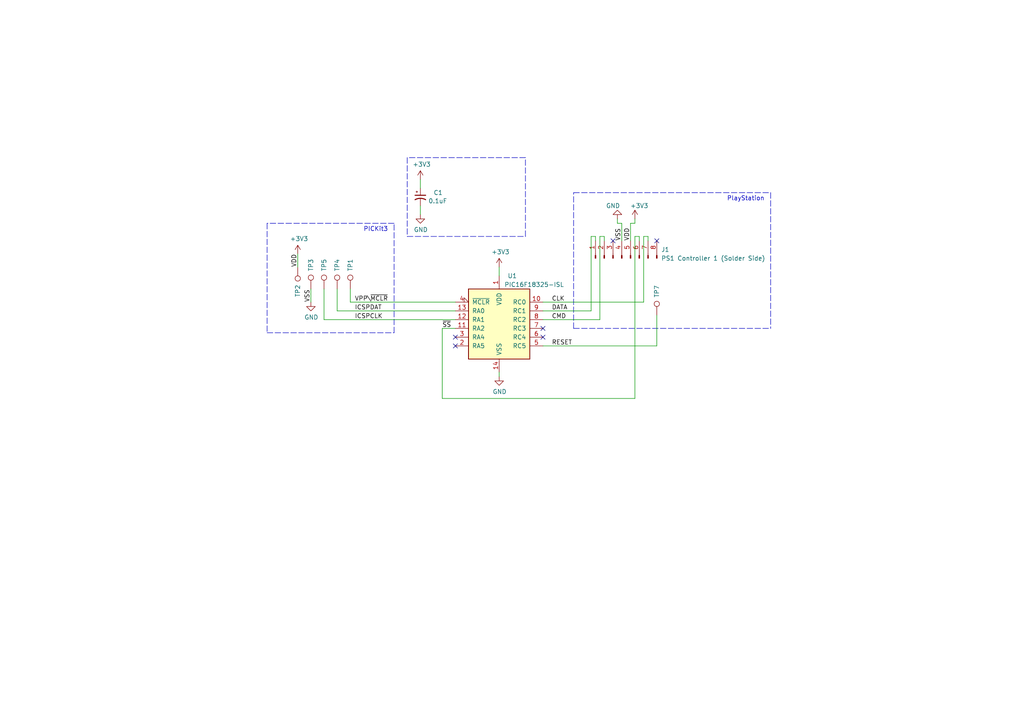
<source format=kicad_sch>
(kicad_sch
	(version 20231120)
	(generator "eeschema")
	(generator_version "8.0")
	(uuid "b60c62b4-701b-454c-9c9c-73bde28615c5")
	(paper "A4")
	(lib_symbols
		(symbol "Connector:TestPoint"
			(pin_numbers hide)
			(pin_names
				(offset 0.762) hide)
			(exclude_from_sim no)
			(in_bom yes)
			(on_board yes)
			(property "Reference" "TP"
				(at 0 6.858 0)
				(effects
					(font
						(size 1.27 1.27)
					)
				)
			)
			(property "Value" "TestPoint"
				(at 0 5.08 0)
				(effects
					(font
						(size 1.27 1.27)
					)
				)
			)
			(property "Footprint" ""
				(at 5.08 0 0)
				(effects
					(font
						(size 1.27 1.27)
					)
					(hide yes)
				)
			)
			(property "Datasheet" "~"
				(at 5.08 0 0)
				(effects
					(font
						(size 1.27 1.27)
					)
					(hide yes)
				)
			)
			(property "Description" "test point"
				(at 0 0 0)
				(effects
					(font
						(size 1.27 1.27)
					)
					(hide yes)
				)
			)
			(property "ki_keywords" "test point tp"
				(at 0 0 0)
				(effects
					(font
						(size 1.27 1.27)
					)
					(hide yes)
				)
			)
			(property "ki_fp_filters" "Pin* Test*"
				(at 0 0 0)
				(effects
					(font
						(size 1.27 1.27)
					)
					(hide yes)
				)
			)
			(symbol "TestPoint_0_1"
				(circle
					(center 0 3.302)
					(radius 0.762)
					(stroke
						(width 0)
						(type default)
					)
					(fill
						(type none)
					)
				)
			)
			(symbol "TestPoint_1_1"
				(pin passive line
					(at 0 0 90)
					(length 2.54)
					(name "1"
						(effects
							(font
								(size 1.27 1.27)
							)
						)
					)
					(number "1"
						(effects
							(font
								(size 1.27 1.27)
							)
						)
					)
				)
			)
		)
		(symbol "PS1-IGR JFT CTRLR SOIC-rescue:+3.3V-power"
			(power)
			(pin_names
				(offset 0)
			)
			(exclude_from_sim no)
			(in_bom yes)
			(on_board yes)
			(property "Reference" "#PWR"
				(at 0 -3.81 0)
				(effects
					(font
						(size 1.27 1.27)
					)
					(hide yes)
				)
			)
			(property "Value" "power_+3.3V"
				(at 0 3.556 0)
				(effects
					(font
						(size 1.27 1.27)
					)
				)
			)
			(property "Footprint" ""
				(at 0 0 0)
				(effects
					(font
						(size 1.27 1.27)
					)
					(hide yes)
				)
			)
			(property "Datasheet" ""
				(at 0 0 0)
				(effects
					(font
						(size 1.27 1.27)
					)
					(hide yes)
				)
			)
			(property "Description" ""
				(at 0 0 0)
				(effects
					(font
						(size 1.27 1.27)
					)
					(hide yes)
				)
			)
			(symbol "+3.3V-power_0_1"
				(polyline
					(pts
						(xy -0.762 1.27) (xy 0 2.54)
					)
					(stroke
						(width 0)
						(type solid)
					)
					(fill
						(type none)
					)
				)
				(polyline
					(pts
						(xy 0 0) (xy 0 2.54)
					)
					(stroke
						(width 0)
						(type solid)
					)
					(fill
						(type none)
					)
				)
				(polyline
					(pts
						(xy 0 2.54) (xy 0.762 1.27)
					)
					(stroke
						(width 0)
						(type solid)
					)
					(fill
						(type none)
					)
				)
			)
			(symbol "+3.3V-power_1_1"
				(pin power_in line
					(at 0 0 90)
					(length 0) hide
					(name "+3V3"
						(effects
							(font
								(size 1.27 1.27)
							)
						)
					)
					(number "1"
						(effects
							(font
								(size 1.27 1.27)
							)
						)
					)
				)
			)
		)
		(symbol "PS1-IGR JFT CTRLR SOIC-rescue:Conn_01x08_Male-Connector"
			(pin_names
				(offset 1.016) hide)
			(exclude_from_sim no)
			(in_bom yes)
			(on_board yes)
			(property "Reference" "J"
				(at 0 10.16 0)
				(effects
					(font
						(size 1.27 1.27)
					)
				)
			)
			(property "Value" "Connector_Conn_01x08_Male"
				(at 0 -12.7 0)
				(effects
					(font
						(size 1.27 1.27)
					)
				)
			)
			(property "Footprint" ""
				(at 0 0 0)
				(effects
					(font
						(size 1.27 1.27)
					)
					(hide yes)
				)
			)
			(property "Datasheet" ""
				(at 0 0 0)
				(effects
					(font
						(size 1.27 1.27)
					)
					(hide yes)
				)
			)
			(property "Description" ""
				(at 0 0 0)
				(effects
					(font
						(size 1.27 1.27)
					)
					(hide yes)
				)
			)
			(property "ki_fp_filters" "Connector*:*_1x??_*"
				(at 0 0 0)
				(effects
					(font
						(size 1.27 1.27)
					)
					(hide yes)
				)
			)
			(symbol "Conn_01x08_Male-Connector_1_1"
				(polyline
					(pts
						(xy 1.27 -10.16) (xy 0.8636 -10.16)
					)
					(stroke
						(width 0.1524)
						(type solid)
					)
					(fill
						(type none)
					)
				)
				(polyline
					(pts
						(xy 1.27 -7.62) (xy 0.8636 -7.62)
					)
					(stroke
						(width 0.1524)
						(type solid)
					)
					(fill
						(type none)
					)
				)
				(polyline
					(pts
						(xy 1.27 -5.08) (xy 0.8636 -5.08)
					)
					(stroke
						(width 0.1524)
						(type solid)
					)
					(fill
						(type none)
					)
				)
				(polyline
					(pts
						(xy 1.27 -2.54) (xy 0.8636 -2.54)
					)
					(stroke
						(width 0.1524)
						(type solid)
					)
					(fill
						(type none)
					)
				)
				(polyline
					(pts
						(xy 1.27 0) (xy 0.8636 0)
					)
					(stroke
						(width 0.1524)
						(type solid)
					)
					(fill
						(type none)
					)
				)
				(polyline
					(pts
						(xy 1.27 2.54) (xy 0.8636 2.54)
					)
					(stroke
						(width 0.1524)
						(type solid)
					)
					(fill
						(type none)
					)
				)
				(polyline
					(pts
						(xy 1.27 5.08) (xy 0.8636 5.08)
					)
					(stroke
						(width 0.1524)
						(type solid)
					)
					(fill
						(type none)
					)
				)
				(polyline
					(pts
						(xy 1.27 7.62) (xy 0.8636 7.62)
					)
					(stroke
						(width 0.1524)
						(type solid)
					)
					(fill
						(type none)
					)
				)
				(rectangle
					(start 0.8636 -10.033)
					(end 0 -10.287)
					(stroke
						(width 0.1524)
						(type solid)
					)
					(fill
						(type outline)
					)
				)
				(rectangle
					(start 0.8636 -7.493)
					(end 0 -7.747)
					(stroke
						(width 0.1524)
						(type solid)
					)
					(fill
						(type outline)
					)
				)
				(rectangle
					(start 0.8636 -4.953)
					(end 0 -5.207)
					(stroke
						(width 0.1524)
						(type solid)
					)
					(fill
						(type outline)
					)
				)
				(rectangle
					(start 0.8636 -2.413)
					(end 0 -2.667)
					(stroke
						(width 0.1524)
						(type solid)
					)
					(fill
						(type outline)
					)
				)
				(rectangle
					(start 0.8636 0.127)
					(end 0 -0.127)
					(stroke
						(width 0.1524)
						(type solid)
					)
					(fill
						(type outline)
					)
				)
				(rectangle
					(start 0.8636 2.667)
					(end 0 2.413)
					(stroke
						(width 0.1524)
						(type solid)
					)
					(fill
						(type outline)
					)
				)
				(rectangle
					(start 0.8636 5.207)
					(end 0 4.953)
					(stroke
						(width 0.1524)
						(type solid)
					)
					(fill
						(type outline)
					)
				)
				(rectangle
					(start 0.8636 7.747)
					(end 0 7.493)
					(stroke
						(width 0.1524)
						(type solid)
					)
					(fill
						(type outline)
					)
				)
				(pin passive line
					(at 5.08 7.62 180)
					(length 3.81)
					(name "Pin_1"
						(effects
							(font
								(size 1.27 1.27)
							)
						)
					)
					(number "1"
						(effects
							(font
								(size 1.27 1.27)
							)
						)
					)
				)
				(pin passive line
					(at 5.08 5.08 180)
					(length 3.81)
					(name "Pin_2"
						(effects
							(font
								(size 1.27 1.27)
							)
						)
					)
					(number "2"
						(effects
							(font
								(size 1.27 1.27)
							)
						)
					)
				)
				(pin passive line
					(at 5.08 2.54 180)
					(length 3.81)
					(name "Pin_3"
						(effects
							(font
								(size 1.27 1.27)
							)
						)
					)
					(number "3"
						(effects
							(font
								(size 1.27 1.27)
							)
						)
					)
				)
				(pin passive line
					(at 5.08 0 180)
					(length 3.81)
					(name "Pin_4"
						(effects
							(font
								(size 1.27 1.27)
							)
						)
					)
					(number "4"
						(effects
							(font
								(size 1.27 1.27)
							)
						)
					)
				)
				(pin passive line
					(at 5.08 -2.54 180)
					(length 3.81)
					(name "Pin_5"
						(effects
							(font
								(size 1.27 1.27)
							)
						)
					)
					(number "5"
						(effects
							(font
								(size 1.27 1.27)
							)
						)
					)
				)
				(pin passive line
					(at 5.08 -5.08 180)
					(length 3.81)
					(name "Pin_6"
						(effects
							(font
								(size 1.27 1.27)
							)
						)
					)
					(number "6"
						(effects
							(font
								(size 1.27 1.27)
							)
						)
					)
				)
				(pin passive line
					(at 5.08 -7.62 180)
					(length 3.81)
					(name "Pin_7"
						(effects
							(font
								(size 1.27 1.27)
							)
						)
					)
					(number "7"
						(effects
							(font
								(size 1.27 1.27)
							)
						)
					)
				)
				(pin passive line
					(at 5.08 -10.16 180)
					(length 3.81)
					(name "Pin_8"
						(effects
							(font
								(size 1.27 1.27)
							)
						)
					)
					(number "8"
						(effects
							(font
								(size 1.27 1.27)
							)
						)
					)
				)
			)
		)
		(symbol "PS1-IGR JFT CTRLR SOIC-rescue:GND-power"
			(power)
			(pin_names
				(offset 0)
			)
			(exclude_from_sim no)
			(in_bom yes)
			(on_board yes)
			(property "Reference" "#PWR"
				(at 0 -6.35 0)
				(effects
					(font
						(size 1.27 1.27)
					)
					(hide yes)
				)
			)
			(property "Value" "power_GND"
				(at 0 -3.81 0)
				(effects
					(font
						(size 1.27 1.27)
					)
				)
			)
			(property "Footprint" ""
				(at 0 0 0)
				(effects
					(font
						(size 1.27 1.27)
					)
					(hide yes)
				)
			)
			(property "Datasheet" ""
				(at 0 0 0)
				(effects
					(font
						(size 1.27 1.27)
					)
					(hide yes)
				)
			)
			(property "Description" ""
				(at 0 0 0)
				(effects
					(font
						(size 1.27 1.27)
					)
					(hide yes)
				)
			)
			(symbol "GND-power_0_1"
				(polyline
					(pts
						(xy 0 0) (xy 0 -1.27) (xy 1.27 -1.27) (xy 0 -2.54) (xy -1.27 -1.27) (xy 0 -1.27)
					)
					(stroke
						(width 0)
						(type solid)
					)
					(fill
						(type none)
					)
				)
			)
			(symbol "GND-power_1_1"
				(pin power_in line
					(at 0 0 270)
					(length 0) hide
					(name "GND"
						(effects
							(font
								(size 1.27 1.27)
							)
						)
					)
					(number "1"
						(effects
							(font
								(size 1.27 1.27)
							)
						)
					)
				)
			)
		)
		(symbol "PlayStation-1-Reset-Mod-rescue:C_Polarized_Small_US-Device"
			(pin_numbers hide)
			(pin_names
				(offset 0.254) hide)
			(exclude_from_sim no)
			(in_bom yes)
			(on_board yes)
			(property "Reference" "C"
				(at 0.254 1.778 0)
				(effects
					(font
						(size 1.27 1.27)
					)
					(justify left)
				)
			)
			(property "Value" "C_Polarized_Small_US-Device"
				(at 0.254 -2.032 0)
				(effects
					(font
						(size 1.27 1.27)
					)
					(justify left)
				)
			)
			(property "Footprint" ""
				(at 0 0 0)
				(effects
					(font
						(size 1.27 1.27)
					)
					(hide yes)
				)
			)
			(property "Datasheet" ""
				(at 0 0 0)
				(effects
					(font
						(size 1.27 1.27)
					)
					(hide yes)
				)
			)
			(property "Description" ""
				(at 0 0 0)
				(effects
					(font
						(size 1.27 1.27)
					)
					(hide yes)
				)
			)
			(property "ki_fp_filters" "CP_*"
				(at 0 0 0)
				(effects
					(font
						(size 1.27 1.27)
					)
					(hide yes)
				)
			)
			(symbol "C_Polarized_Small_US-Device_0_1"
				(polyline
					(pts
						(xy -1.524 0.508) (xy 1.524 0.508)
					)
					(stroke
						(width 0.3048)
						(type solid)
					)
					(fill
						(type none)
					)
				)
				(polyline
					(pts
						(xy -1.27 1.524) (xy -0.762 1.524)
					)
					(stroke
						(width 0)
						(type solid)
					)
					(fill
						(type none)
					)
				)
				(polyline
					(pts
						(xy -1.016 1.27) (xy -1.016 1.778)
					)
					(stroke
						(width 0)
						(type solid)
					)
					(fill
						(type none)
					)
				)
				(arc
					(start 1.524 -0.762)
					(mid 0 -0.3734)
					(end -1.524 -0.762)
					(stroke
						(width 0.3048)
						(type solid)
					)
					(fill
						(type none)
					)
				)
			)
			(symbol "C_Polarized_Small_US-Device_1_1"
				(pin passive line
					(at 0 2.54 270)
					(length 2.032)
					(name "~"
						(effects
							(font
								(size 1.27 1.27)
							)
						)
					)
					(number "1"
						(effects
							(font
								(size 1.27 1.27)
							)
						)
					)
				)
				(pin passive line
					(at 0 -2.54 90)
					(length 2.032)
					(name "~"
						(effects
							(font
								(size 1.27 1.27)
							)
						)
					)
					(number "2"
						(effects
							(font
								(size 1.27 1.27)
							)
						)
					)
				)
			)
		)
		(symbol "PlayStation-1-Reset-Mod:PIC16F18325-ISL"
			(pin_names
				(offset 1.016)
			)
			(exclude_from_sim no)
			(in_bom yes)
			(on_board yes)
			(property "Reference" "U"
				(at 5.08 12.7 0)
				(effects
					(font
						(size 1.27 1.27)
					)
				)
			)
			(property "Value" "PIC16F18325-ISL"
				(at -12.7 12.7 0)
				(effects
					(font
						(size 1.27 1.27)
					)
				)
			)
			(property "Footprint" "Package_SO:SOIC-14_3.9x8.7mm_P1.27mm"
				(at 0 -27.94 0)
				(effects
					(font
						(size 1.27 1.27)
					)
					(hide yes)
				)
			)
			(property "Datasheet" ""
				(at 0 0 0)
				(effects
					(font
						(size 1.27 1.27)
					)
					(hide yes)
				)
			)
			(property "Description" ""
				(at 0 0 0)
				(effects
					(font
						(size 1.27 1.27)
					)
					(hide yes)
				)
			)
			(symbol "PIC16F18325-ISL_1_1"
				(rectangle
					(start -8.89 11.43)
					(end 8.89 -8.89)
					(stroke
						(width 0.254)
						(type solid)
					)
					(fill
						(type background)
					)
				)
				(pin power_in line
					(at 0 15.24 270)
					(length 3.81)
					(name "VDD"
						(effects
							(font
								(size 1.27 1.27)
							)
						)
					)
					(number "1"
						(effects
							(font
								(size 1.27 1.27)
							)
						)
					)
				)
				(pin bidirectional line
					(at 12.7 7.62 180)
					(length 3.81)
					(name "RC0"
						(effects
							(font
								(size 1.27 1.27)
							)
						)
					)
					(number "10"
						(effects
							(font
								(size 1.27 1.27)
							)
						)
					)
				)
				(pin bidirectional line
					(at -12.7 0 0)
					(length 3.81)
					(name "RA2"
						(effects
							(font
								(size 1.27 1.27)
							)
						)
					)
					(number "11"
						(effects
							(font
								(size 1.27 1.27)
							)
						)
					)
				)
				(pin bidirectional line
					(at -12.7 2.54 0)
					(length 3.81)
					(name "RA1"
						(effects
							(font
								(size 1.27 1.27)
							)
						)
					)
					(number "12"
						(effects
							(font
								(size 1.27 1.27)
							)
						)
					)
				)
				(pin bidirectional line
					(at -12.7 5.08 0)
					(length 3.81)
					(name "RA0"
						(effects
							(font
								(size 1.27 1.27)
							)
						)
					)
					(number "13"
						(effects
							(font
								(size 1.27 1.27)
							)
						)
					)
				)
				(pin power_in line
					(at 0 -12.7 90)
					(length 3.81)
					(name "VSS"
						(effects
							(font
								(size 1.27 1.27)
							)
						)
					)
					(number "14"
						(effects
							(font
								(size 1.27 1.27)
							)
						)
					)
				)
				(pin bidirectional line
					(at -12.7 -5.08 0)
					(length 3.81)
					(name "RA5"
						(effects
							(font
								(size 1.27 1.27)
							)
						)
					)
					(number "2"
						(effects
							(font
								(size 1.27 1.27)
							)
						)
					)
				)
				(pin bidirectional line
					(at -12.7 -2.54 0)
					(length 3.81)
					(name "RA4"
						(effects
							(font
								(size 1.27 1.27)
							)
						)
					)
					(number "3"
						(effects
							(font
								(size 1.27 1.27)
							)
						)
					)
				)
				(pin input input_low
					(at -12.7 7.62 0)
					(length 3.81)
					(name "~{MCLR}"
						(effects
							(font
								(size 1.27 1.27)
							)
						)
					)
					(number "4"
						(effects
							(font
								(size 1.27 1.27)
							)
						)
					)
				)
				(pin bidirectional line
					(at 12.7 -5.08 180)
					(length 3.81)
					(name "RC5"
						(effects
							(font
								(size 1.27 1.27)
							)
						)
					)
					(number "5"
						(effects
							(font
								(size 1.27 1.27)
							)
						)
					)
				)
				(pin bidirectional line
					(at 12.7 -2.54 180)
					(length 3.81)
					(name "RC4"
						(effects
							(font
								(size 1.27 1.27)
							)
						)
					)
					(number "6"
						(effects
							(font
								(size 1.27 1.27)
							)
						)
					)
				)
				(pin bidirectional line
					(at 12.7 0 180)
					(length 3.81)
					(name "RC3"
						(effects
							(font
								(size 1.27 1.27)
							)
						)
					)
					(number "7"
						(effects
							(font
								(size 1.27 1.27)
							)
						)
					)
				)
				(pin bidirectional line
					(at 12.7 2.54 180)
					(length 3.81)
					(name "RC2"
						(effects
							(font
								(size 1.27 1.27)
							)
						)
					)
					(number "8"
						(effects
							(font
								(size 1.27 1.27)
							)
						)
					)
				)
				(pin bidirectional line
					(at 12.7 5.08 180)
					(length 3.81)
					(name "RC1"
						(effects
							(font
								(size 1.27 1.27)
							)
						)
					)
					(number "9"
						(effects
							(font
								(size 1.27 1.27)
							)
						)
					)
				)
			)
		)
	)
	(no_connect
		(at 157.48 95.25)
		(uuid "21542af2-2cd5-495a-82af-6665143c4bf0")
	)
	(no_connect
		(at 190.5 69.85)
		(uuid "39b6dadf-67e7-4767-a11a-cfa5c7f15a0a")
	)
	(no_connect
		(at 157.48 97.79)
		(uuid "3d612aa2-d609-49cb-bda7-a563be14fcb8")
	)
	(no_connect
		(at 132.08 97.79)
		(uuid "3dd2e154-5fee-45cd-9b60-ba086baa2e7d")
	)
	(no_connect
		(at 177.8 69.85)
		(uuid "538fa7a3-ad5b-4959-8fe7-229277efa454")
	)
	(no_connect
		(at 132.08 100.33)
		(uuid "d9e5845d-7703-4d6b-836d-47478b22c35f")
	)
	(wire
		(pts
			(xy 182.88 64.77) (xy 182.88 69.85)
		)
		(stroke
			(width 0)
			(type default)
		)
		(uuid "00acc5b4-5f58-46be-a7f8-9cedc8c6f4b5")
	)
	(wire
		(pts
			(xy 185.42 69.85) (xy 185.42 68.58)
		)
		(stroke
			(width 0)
			(type default)
		)
		(uuid "019e4a80-ef35-4304-a2a2-00dfdfdf1044")
	)
	(wire
		(pts
			(xy 101.6 87.63) (xy 101.6 83.82)
		)
		(stroke
			(width 0)
			(type default)
		)
		(uuid "0320f0f3-b97a-4488-aa13-80e79e1b55c2")
	)
	(wire
		(pts
			(xy 187.96 68.58) (xy 186.69 68.58)
		)
		(stroke
			(width 0)
			(type default)
		)
		(uuid "034d067f-03a3-4e49-a7c8-e7d22390bbf7")
	)
	(wire
		(pts
			(xy 172.72 68.58) (xy 172.72 69.85)
		)
		(stroke
			(width 0)
			(type default)
		)
		(uuid "0b229985-4f54-4f67-8fec-c1cfb05d4f62")
	)
	(polyline
		(pts
			(xy 152.4 68.58) (xy 152.4 45.72)
		)
		(stroke
			(width 0)
			(type dash)
		)
		(uuid "0da6d4e3-a4db-401e-b0b3-fe4d722fd671")
	)
	(wire
		(pts
			(xy 184.15 64.77) (xy 182.88 64.77)
		)
		(stroke
			(width 0)
			(type default)
		)
		(uuid "10056a21-201e-4e8e-8305-a4cd06f672d0")
	)
	(wire
		(pts
			(xy 179.07 63.5) (xy 179.07 64.77)
		)
		(stroke
			(width 0)
			(type default)
		)
		(uuid "20694d28-1d85-4b80-a8fa-3acb6bd31591")
	)
	(wire
		(pts
			(xy 184.15 63.5) (xy 184.15 64.77)
		)
		(stroke
			(width 0)
			(type default)
		)
		(uuid "206d883d-fd00-44b9-b6c9-725e821bf90b")
	)
	(wire
		(pts
			(xy 171.45 68.58) (xy 171.45 90.17)
		)
		(stroke
			(width 0)
			(type default)
		)
		(uuid "21241d1e-5a3f-4e8f-b44d-5cdadbe65a33")
	)
	(wire
		(pts
			(xy 132.08 90.17) (xy 97.79 90.17)
		)
		(stroke
			(width 0)
			(type default)
		)
		(uuid "23c5ffcd-5f92-4d1f-b3fe-6092a59007b8")
	)
	(polyline
		(pts
			(xy 166.37 95.25) (xy 223.52 95.25)
		)
		(stroke
			(width 0)
			(type dash)
		)
		(uuid "25046f4a-e461-4e93-8db3-78805d4685fe")
	)
	(polyline
		(pts
			(xy 77.47 96.52) (xy 114.3 96.52)
		)
		(stroke
			(width 0)
			(type dash)
		)
		(uuid "2600996f-adb7-4780-9742-8dfb530cc923")
	)
	(wire
		(pts
			(xy 157.48 90.17) (xy 171.45 90.17)
		)
		(stroke
			(width 0)
			(type default)
		)
		(uuid "2c035c44-3142-40d5-b24c-64bde04c1882")
	)
	(wire
		(pts
			(xy 93.98 92.71) (xy 132.08 92.71)
		)
		(stroke
			(width 0)
			(type default)
		)
		(uuid "2e87e818-9e3c-46d4-a103-bec1dbbe886a")
	)
	(wire
		(pts
			(xy 157.48 87.63) (xy 186.69 87.63)
		)
		(stroke
			(width 0)
			(type default)
		)
		(uuid "3e5c1900-7956-47f3-a810-54a692ffa150")
	)
	(polyline
		(pts
			(xy 77.47 64.77) (xy 77.47 96.52)
		)
		(stroke
			(width 0)
			(type dash)
		)
		(uuid "45d28510-84ba-4722-a566-c67426a55d79")
	)
	(wire
		(pts
			(xy 187.96 69.85) (xy 187.96 68.58)
		)
		(stroke
			(width 0)
			(type default)
		)
		(uuid "48c4b81f-67c9-4fa5-b9cc-b37ed197c31b")
	)
	(wire
		(pts
			(xy 144.78 109.22) (xy 144.78 107.95)
		)
		(stroke
			(width 0)
			(type default)
		)
		(uuid "53ef29c8-4fb7-4b36-bfa4-8a2dbfd9723f")
	)
	(wire
		(pts
			(xy 184.15 68.58) (xy 184.15 115.57)
		)
		(stroke
			(width 0)
			(type default)
		)
		(uuid "55173d48-da92-4e57-b990-45f1a0910025")
	)
	(wire
		(pts
			(xy 128.27 95.25) (xy 128.27 115.57)
		)
		(stroke
			(width 0)
			(type default)
		)
		(uuid "6d095022-5448-421d-ae08-efc6d3f31862")
	)
	(polyline
		(pts
			(xy 118.11 45.72) (xy 118.11 68.58)
		)
		(stroke
			(width 0)
			(type dash)
		)
		(uuid "744ddc0c-7ab6-4653-bf4e-1e03468ffead")
	)
	(wire
		(pts
			(xy 128.27 115.57) (xy 184.15 115.57)
		)
		(stroke
			(width 0)
			(type default)
		)
		(uuid "79255d09-2680-49ae-a97a-727d30a2b153")
	)
	(wire
		(pts
			(xy 132.08 95.25) (xy 128.27 95.25)
		)
		(stroke
			(width 0)
			(type default)
		)
		(uuid "7b14bc47-4bfc-418b-b011-580ab3dceef7")
	)
	(polyline
		(pts
			(xy 114.3 96.52) (xy 114.3 64.77)
		)
		(stroke
			(width 0)
			(type dash)
		)
		(uuid "87179eb0-852c-448a-a785-b9692309c9af")
	)
	(wire
		(pts
			(xy 179.07 64.77) (xy 180.34 64.77)
		)
		(stroke
			(width 0)
			(type default)
		)
		(uuid "92dda9d1-8583-42ea-b44c-fe5a4ac2beca")
	)
	(wire
		(pts
			(xy 190.5 100.33) (xy 190.5 91.44)
		)
		(stroke
			(width 0)
			(type default)
		)
		(uuid "99d277d5-852e-4486-8ae8-4be80ffee207")
	)
	(polyline
		(pts
			(xy 166.37 55.88) (xy 223.52 55.88)
		)
		(stroke
			(width 0)
			(type dash)
		)
		(uuid "9de8c6bf-1221-4cc6-9ff1-7cfd7c5b3c50")
	)
	(wire
		(pts
			(xy 101.6 87.63) (xy 132.08 87.63)
		)
		(stroke
			(width 0)
			(type default)
		)
		(uuid "a186ff4b-ad4c-46e5-8b58-b18a1a308352")
	)
	(wire
		(pts
			(xy 173.99 68.58) (xy 175.26 68.58)
		)
		(stroke
			(width 0)
			(type default)
		)
		(uuid "a5655c0b-2b65-4ccd-995b-b88a776669bd")
	)
	(polyline
		(pts
			(xy 114.3 64.77) (xy 77.47 64.77)
		)
		(stroke
			(width 0)
			(type dash)
		)
		(uuid "a8756251-09e0-4b4c-b40c-ad9310ca369e")
	)
	(wire
		(pts
			(xy 171.45 68.58) (xy 172.72 68.58)
		)
		(stroke
			(width 0)
			(type default)
		)
		(uuid "accf0894-9828-441b-892d-96700070c2b8")
	)
	(polyline
		(pts
			(xy 152.4 45.72) (xy 118.11 45.72)
		)
		(stroke
			(width 0)
			(type dash)
		)
		(uuid "b7e0d24d-475d-4833-9071-62c273f03bcd")
	)
	(polyline
		(pts
			(xy 166.37 95.25) (xy 166.37 55.88)
		)
		(stroke
			(width 0)
			(type dash)
		)
		(uuid "bfd6e994-08fa-4e60-835e-2a5da828450c")
	)
	(wire
		(pts
			(xy 93.98 92.71) (xy 93.98 83.82)
		)
		(stroke
			(width 0)
			(type default)
		)
		(uuid "c379c1f6-2405-42b9-8253-b5f6380759ca")
	)
	(wire
		(pts
			(xy 185.42 68.58) (xy 184.15 68.58)
		)
		(stroke
			(width 0)
			(type default)
		)
		(uuid "c5c9faa4-3336-4e2e-8b0d-e75e68c827b9")
	)
	(wire
		(pts
			(xy 97.79 90.17) (xy 97.79 83.82)
		)
		(stroke
			(width 0)
			(type default)
		)
		(uuid "c68ba877-69e0-47d3-bf56-03d774596353")
	)
	(wire
		(pts
			(xy 157.48 100.33) (xy 190.5 100.33)
		)
		(stroke
			(width 0)
			(type default)
		)
		(uuid "c74ee265-3f8b-4324-a1f2-61e8c406ac52")
	)
	(wire
		(pts
			(xy 186.69 68.58) (xy 186.69 87.63)
		)
		(stroke
			(width 0)
			(type default)
		)
		(uuid "c7fd3e2c-c1ce-453a-824d-2c52f9e6bff9")
	)
	(wire
		(pts
			(xy 175.26 68.58) (xy 175.26 69.85)
		)
		(stroke
			(width 0)
			(type default)
		)
		(uuid "d870a63c-0569-4246-a3ca-a78ff2ee6beb")
	)
	(wire
		(pts
			(xy 121.92 59.69) (xy 121.92 62.23)
		)
		(stroke
			(width 0)
			(type default)
		)
		(uuid "d962ca22-6cc4-48ed-8615-4e803416f990")
	)
	(wire
		(pts
			(xy 121.92 52.07) (xy 121.92 54.61)
		)
		(stroke
			(width 0)
			(type default)
		)
		(uuid "dfa1b4bd-fe49-4873-9d1c-92b84a602dcb")
	)
	(wire
		(pts
			(xy 144.78 77.47) (xy 144.78 80.01)
		)
		(stroke
			(width 0)
			(type default)
		)
		(uuid "e0eac8bc-514a-45e0-86da-36bc5edd599b")
	)
	(polyline
		(pts
			(xy 223.52 55.88) (xy 223.52 95.25)
		)
		(stroke
			(width 0)
			(type dash)
		)
		(uuid "e43a2cd0-7540-459c-9509-61bf882c8cad")
	)
	(wire
		(pts
			(xy 180.34 64.77) (xy 180.34 69.85)
		)
		(stroke
			(width 0)
			(type default)
		)
		(uuid "e6e9514b-f0a5-4968-b345-c8d04f25c88e")
	)
	(wire
		(pts
			(xy 173.99 92.71) (xy 173.99 68.58)
		)
		(stroke
			(width 0)
			(type default)
		)
		(uuid "e9c2f065-08b7-4fc0-8a21-08fe3fc593d6")
	)
	(wire
		(pts
			(xy 86.36 77.47) (xy 86.36 73.66)
		)
		(stroke
			(width 0)
			(type default)
		)
		(uuid "ee422260-86cf-4a31-ba64-51e451d45e73")
	)
	(polyline
		(pts
			(xy 118.11 68.58) (xy 152.4 68.58)
		)
		(stroke
			(width 0)
			(type dash)
		)
		(uuid "eeaed46a-2a00-4771-8172-b73e428c1a7a")
	)
	(wire
		(pts
			(xy 90.17 83.82) (xy 90.17 87.63)
		)
		(stroke
			(width 0)
			(type default)
		)
		(uuid "f573f894-0400-4e69-bbc9-1d19f58a8c9c")
	)
	(wire
		(pts
			(xy 157.48 92.71) (xy 173.99 92.71)
		)
		(stroke
			(width 0)
			(type default)
		)
		(uuid "f6371671-2d96-4939-ae52-457db7478a9f")
	)
	(text "PICKit3"
		(exclude_from_sim no)
		(at 105.41 67.31 0)
		(effects
			(font
				(size 1.27 1.27)
			)
			(justify left bottom)
		)
		(uuid "376e768c-0989-49ae-a38b-7b02de3b89f6")
	)
	(text "PlayStation"
		(exclude_from_sim no)
		(at 210.82 58.42 0)
		(effects
			(font
				(size 1.27 1.27)
			)
			(justify left bottom)
		)
		(uuid "85a49a25-0b14-4291-8e8c-6ce0978eeb64")
	)
	(label "RESET"
		(at 160.02 100.33 0)
		(fields_autoplaced yes)
		(effects
			(font
				(size 1.27 1.27)
			)
			(justify left bottom)
		)
		(uuid "2b97e24f-fdf2-48c8-b312-3466e52ff951")
	)
	(label "VSS"
		(at 180.34 69.85 90)
		(fields_autoplaced yes)
		(effects
			(font
				(size 1.27 1.27)
			)
			(justify left bottom)
		)
		(uuid "2f600660-6abf-4833-8b4b-584ca9eb85e2")
	)
	(label "CMD"
		(at 160.02 92.71 0)
		(fields_autoplaced yes)
		(effects
			(font
				(size 1.27 1.27)
			)
			(justify left bottom)
		)
		(uuid "31ca233c-5593-4fcd-9876-b1960a6b886e")
	)
	(label "VPP\\~{MCLR}"
		(at 102.87 87.63 0)
		(fields_autoplaced yes)
		(effects
			(font
				(size 1.27 1.27)
			)
			(justify left bottom)
		)
		(uuid "3536a9df-2dbd-4c4b-a2eb-6d1d6e954cd5")
	)
	(label "~{SS}"
		(at 128.27 95.25 0)
		(fields_autoplaced yes)
		(effects
			(font
				(size 1.27 1.27)
			)
			(justify left bottom)
		)
		(uuid "375c70db-439d-4f9c-8c85-9ff862427f9e")
	)
	(label "CLK"
		(at 160.02 87.63 0)
		(fields_autoplaced yes)
		(effects
			(font
				(size 1.27 1.27)
			)
			(justify left bottom)
		)
		(uuid "55dd26d1-8670-4b9a-8225-18bc60ddfa9c")
	)
	(label "VDD"
		(at 86.36 77.47 90)
		(fields_autoplaced yes)
		(effects
			(font
				(size 1.27 1.27)
			)
			(justify left bottom)
		)
		(uuid "5e7471c1-8b50-444e-ad90-fcaf4ef03f4e")
	)
	(label "ICSPCLK"
		(at 102.87 92.71 0)
		(fields_autoplaced yes)
		(effects
			(font
				(size 1.27 1.27)
			)
			(justify left bottom)
		)
		(uuid "8b6c1a5d-2e20-4399-83a9-955f076d51e2")
	)
	(label "ICSPDAT"
		(at 102.87 90.17 0)
		(fields_autoplaced yes)
		(effects
			(font
				(size 1.27 1.27)
			)
			(justify left bottom)
		)
		(uuid "92b3f624-21fa-4231-ac5c-ed4dfb17ede8")
	)
	(label "VDD"
		(at 182.88 69.85 90)
		(fields_autoplaced yes)
		(effects
			(font
				(size 1.27 1.27)
			)
			(justify left bottom)
		)
		(uuid "ad9bb163-e4d0-4dd3-a896-a2a93c9e151e")
	)
	(label "DATA"
		(at 160.02 90.17 0)
		(fields_autoplaced yes)
		(effects
			(font
				(size 1.27 1.27)
			)
			(justify left bottom)
		)
		(uuid "ae8392d3-13b1-4d70-b628-f422b9d7b879")
	)
	(label "VSS"
		(at 90.17 87.63 90)
		(fields_autoplaced yes)
		(effects
			(font
				(size 1.27 1.27)
			)
			(justify left bottom)
		)
		(uuid "dfd1faec-31c6-427f-887a-dae7d946a80f")
	)
	(symbol
		(lib_id "PS1-IGR JFT CTRLR SOIC-rescue:GND-power")
		(at 144.78 109.22 0)
		(unit 1)
		(exclude_from_sim no)
		(in_bom yes)
		(on_board yes)
		(dnp no)
		(uuid "00000000-0000-0000-0000-00005da2790a")
		(property "Reference" "#PWR04"
			(at 144.78 115.57 0)
			(effects
				(font
					(size 1.27 1.27)
				)
				(hide yes)
			)
		)
		(property "Value" "GND"
			(at 144.907 113.6142 0)
			(effects
				(font
					(size 1.27 1.27)
				)
			)
		)
		(property "Footprint" ""
			(at 144.78 109.22 0)
			(effects
				(font
					(size 1.27 1.27)
				)
				(hide yes)
			)
		)
		(property "Datasheet" ""
			(at 144.78 109.22 0)
			(effects
				(font
					(size 1.27 1.27)
				)
				(hide yes)
			)
		)
		(property "Description" ""
			(at 144.78 109.22 0)
			(effects
				(font
					(size 1.27 1.27)
				)
				(hide yes)
			)
		)
		(pin "1"
			(uuid "c577a4bd-cc3c-4c1d-8cfa-95a5a40bb9ec")
		)
		(instances
			(project ""
				(path "/b60c62b4-701b-454c-9c9c-73bde28615c5"
					(reference "#PWR04")
					(unit 1)
				)
			)
		)
	)
	(symbol
		(lib_id "PlayStation-1-Reset-Mod:PIC16F18325-ISL")
		(at 144.78 95.25 0)
		(unit 1)
		(exclude_from_sim no)
		(in_bom yes)
		(on_board yes)
		(dnp no)
		(uuid "00000000-0000-0000-0000-00005da28049")
		(property "Reference" "U1"
			(at 148.59 80.01 0)
			(effects
				(font
					(size 1.27 1.27)
				)
			)
		)
		(property "Value" "PIC16F18325-ISL"
			(at 154.94 82.55 0)
			(effects
				(font
					(size 1.27 1.27)
				)
			)
		)
		(property "Footprint" "PS1-IGR:SOIC-14_3.9x8.7mm_Pitch1.27mm-JFT"
			(at 144.78 123.19 0)
			(effects
				(font
					(size 1.27 1.27)
				)
				(hide yes)
			)
		)
		(property "Datasheet" ""
			(at 144.78 95.25 0)
			(effects
				(font
					(size 1.27 1.27)
				)
				(hide yes)
			)
		)
		(property "Description" ""
			(at 144.78 95.25 0)
			(effects
				(font
					(size 1.27 1.27)
				)
				(hide yes)
			)
		)
		(pin "14"
			(uuid "95d97146-9c8d-4605-9fd4-3f7fad59d66d")
		)
		(pin "13"
			(uuid "07281ecc-9ddf-467b-8aff-3ffc1459fdf6")
		)
		(pin "1"
			(uuid "64218a1f-c80f-4ccd-80c5-03ec292b50fd")
		)
		(pin "5"
			(uuid "63319f3f-19cc-4767-a5ca-85f45bbc4193")
		)
		(pin "3"
			(uuid "86b7046f-ab86-48a2-a483-2b08793767d6")
		)
		(pin "9"
			(uuid "96e24020-20a8-472d-973b-48a82bacb80a")
		)
		(pin "8"
			(uuid "b484e9d5-d9dc-4c89-8e70-88e18bb6e886")
		)
		(pin "11"
			(uuid "4df106a6-24c3-4d63-be39-c73ef0a91133")
		)
		(pin "7"
			(uuid "1fedca66-67b2-40d3-aa15-e8ce6780b4be")
		)
		(pin "10"
			(uuid "3aea02e1-8253-4e28-bd09-3e1de8d4564a")
		)
		(pin "2"
			(uuid "9d7c2fa7-9431-4440-aba3-b3c9e040a0fa")
		)
		(pin "6"
			(uuid "34bd910e-da7b-42d9-90d5-9891d01f6428")
		)
		(pin "12"
			(uuid "dbd7630d-1844-43ab-9448-1b6b0322a28b")
		)
		(pin "4"
			(uuid "ea562fd0-0ec7-4438-b2c4-4d4461dd0f84")
		)
		(instances
			(project ""
				(path "/b60c62b4-701b-454c-9c9c-73bde28615c5"
					(reference "U1")
					(unit 1)
				)
			)
		)
	)
	(symbol
		(lib_id "PS1-IGR JFT CTRLR SOIC-rescue:+3.3V-power")
		(at 144.78 77.47 0)
		(unit 1)
		(exclude_from_sim no)
		(in_bom yes)
		(on_board yes)
		(dnp no)
		(uuid "00000000-0000-0000-0000-00005da29415")
		(property "Reference" "#PWR03"
			(at 144.78 81.28 0)
			(effects
				(font
					(size 1.27 1.27)
				)
				(hide yes)
			)
		)
		(property "Value" "+3V3"
			(at 145.161 73.0758 0)
			(effects
				(font
					(size 1.27 1.27)
				)
			)
		)
		(property "Footprint" ""
			(at 144.78 77.47 0)
			(effects
				(font
					(size 1.27 1.27)
				)
				(hide yes)
			)
		)
		(property "Datasheet" ""
			(at 144.78 77.47 0)
			(effects
				(font
					(size 1.27 1.27)
				)
				(hide yes)
			)
		)
		(property "Description" ""
			(at 144.78 77.47 0)
			(effects
				(font
					(size 1.27 1.27)
				)
				(hide yes)
			)
		)
		(pin "1"
			(uuid "bedc5f41-323f-42ce-b4c3-b698a10934a5")
		)
		(instances
			(project ""
				(path "/b60c62b4-701b-454c-9c9c-73bde28615c5"
					(reference "#PWR03")
					(unit 1)
				)
			)
		)
	)
	(symbol
		(lib_id "PS1-IGR JFT CTRLR SOIC-rescue:+3.3V-power")
		(at 121.92 52.07 0)
		(unit 1)
		(exclude_from_sim no)
		(in_bom yes)
		(on_board yes)
		(dnp no)
		(uuid "00000000-0000-0000-0000-00005da2bbab")
		(property "Reference" "#PWR05"
			(at 121.92 55.88 0)
			(effects
				(font
					(size 1.27 1.27)
				)
				(hide yes)
			)
		)
		(property "Value" "+3V3"
			(at 122.301 47.6758 0)
			(effects
				(font
					(size 1.27 1.27)
				)
			)
		)
		(property "Footprint" ""
			(at 121.92 52.07 0)
			(effects
				(font
					(size 1.27 1.27)
				)
				(hide yes)
			)
		)
		(property "Datasheet" ""
			(at 121.92 52.07 0)
			(effects
				(font
					(size 1.27 1.27)
				)
				(hide yes)
			)
		)
		(property "Description" ""
			(at 121.92 52.07 0)
			(effects
				(font
					(size 1.27 1.27)
				)
				(hide yes)
			)
		)
		(pin "1"
			(uuid "b0537168-a43d-46f6-a99b-bafceb7479d4")
		)
		(instances
			(project ""
				(path "/b60c62b4-701b-454c-9c9c-73bde28615c5"
					(reference "#PWR05")
					(unit 1)
				)
			)
		)
	)
	(symbol
		(lib_id "PS1-IGR JFT CTRLR SOIC-rescue:GND-power")
		(at 121.92 62.23 0)
		(unit 1)
		(exclude_from_sim no)
		(in_bom yes)
		(on_board yes)
		(dnp no)
		(uuid "00000000-0000-0000-0000-00005da2c059")
		(property "Reference" "#PWR06"
			(at 121.92 68.58 0)
			(effects
				(font
					(size 1.27 1.27)
				)
				(hide yes)
			)
		)
		(property "Value" "GND"
			(at 122.047 66.6242 0)
			(effects
				(font
					(size 1.27 1.27)
				)
			)
		)
		(property "Footprint" ""
			(at 121.92 62.23 0)
			(effects
				(font
					(size 1.27 1.27)
				)
				(hide yes)
			)
		)
		(property "Datasheet" ""
			(at 121.92 62.23 0)
			(effects
				(font
					(size 1.27 1.27)
				)
				(hide yes)
			)
		)
		(property "Description" ""
			(at 121.92 62.23 0)
			(effects
				(font
					(size 1.27 1.27)
				)
				(hide yes)
			)
		)
		(pin "1"
			(uuid "def10c42-450a-4b30-8ab5-71ab314de1d4")
		)
		(instances
			(project ""
				(path "/b60c62b4-701b-454c-9c9c-73bde28615c5"
					(reference "#PWR06")
					(unit 1)
				)
			)
		)
	)
	(symbol
		(lib_id "PS1-IGR JFT CTRLR SOIC-rescue:+3.3V-power")
		(at 86.36 73.66 0)
		(unit 1)
		(exclude_from_sim no)
		(in_bom yes)
		(on_board yes)
		(dnp no)
		(uuid "00000000-0000-0000-0000-00005da328e1")
		(property "Reference" "#PWR01"
			(at 86.36 77.47 0)
			(effects
				(font
					(size 1.27 1.27)
				)
				(hide yes)
			)
		)
		(property "Value" "+3V3"
			(at 86.741 69.2658 0)
			(effects
				(font
					(size 1.27 1.27)
				)
			)
		)
		(property "Footprint" ""
			(at 86.36 73.66 0)
			(effects
				(font
					(size 1.27 1.27)
				)
				(hide yes)
			)
		)
		(property "Datasheet" ""
			(at 86.36 73.66 0)
			(effects
				(font
					(size 1.27 1.27)
				)
				(hide yes)
			)
		)
		(property "Description" ""
			(at 86.36 73.66 0)
			(effects
				(font
					(size 1.27 1.27)
				)
				(hide yes)
			)
		)
		(pin "1"
			(uuid "f54f0782-7faa-4ecd-8aaf-5118cb06ae98")
		)
		(instances
			(project ""
				(path "/b60c62b4-701b-454c-9c9c-73bde28615c5"
					(reference "#PWR01")
					(unit 1)
				)
			)
		)
	)
	(symbol
		(lib_id "PS1-IGR JFT CTRLR SOIC-rescue:GND-power")
		(at 90.17 87.63 0)
		(unit 1)
		(exclude_from_sim no)
		(in_bom yes)
		(on_board yes)
		(dnp no)
		(uuid "00000000-0000-0000-0000-00005da33130")
		(property "Reference" "#PWR02"
			(at 90.17 93.98 0)
			(effects
				(font
					(size 1.27 1.27)
				)
				(hide yes)
			)
		)
		(property "Value" "GND"
			(at 90.297 92.0242 0)
			(effects
				(font
					(size 1.27 1.27)
				)
			)
		)
		(property "Footprint" ""
			(at 90.17 87.63 0)
			(effects
				(font
					(size 1.27 1.27)
				)
				(hide yes)
			)
		)
		(property "Datasheet" ""
			(at 90.17 87.63 0)
			(effects
				(font
					(size 1.27 1.27)
				)
				(hide yes)
			)
		)
		(property "Description" ""
			(at 90.17 87.63 0)
			(effects
				(font
					(size 1.27 1.27)
				)
				(hide yes)
			)
		)
		(pin "1"
			(uuid "5b7d3bb3-3eb7-411f-8f49-6002c55c0c58")
		)
		(instances
			(project ""
				(path "/b60c62b4-701b-454c-9c9c-73bde28615c5"
					(reference "#PWR02")
					(unit 1)
				)
			)
		)
	)
	(symbol
		(lib_id "Connector:TestPoint")
		(at 101.6 83.82 0)
		(unit 1)
		(exclude_from_sim no)
		(in_bom yes)
		(on_board yes)
		(dnp no)
		(uuid "00000000-0000-0000-0000-00005da646d5")
		(property "Reference" "TP1"
			(at 101.6 78.74 90)
			(effects
				(font
					(size 1.27 1.27)
				)
				(justify left)
			)
		)
		(property "Value" "VPP"
			(at 103.0732 83.1342 0)
			(effects
				(font
					(size 1.27 1.27)
				)
				(justify left)
				(hide yes)
			)
		)
		(property "Footprint" "PS1-IGR:TestPoint_Pad_NoSilk_D1.0mm"
			(at 106.68 83.82 0)
			(effects
				(font
					(size 1.27 1.27)
				)
				(hide yes)
			)
		)
		(property "Datasheet" "~"
			(at 106.68 83.82 0)
			(effects
				(font
					(size 1.27 1.27)
				)
				(hide yes)
			)
		)
		(property "Description" ""
			(at 101.6 83.82 0)
			(effects
				(font
					(size 1.27 1.27)
				)
				(hide yes)
			)
		)
		(pin "1"
			(uuid "1b3e57ba-d3b4-47cc-b4fd-ec8983e8e59a")
		)
		(instances
			(project ""
				(path "/b60c62b4-701b-454c-9c9c-73bde28615c5"
					(reference "TP1")
					(unit 1)
				)
			)
		)
	)
	(symbol
		(lib_id "Connector:TestPoint")
		(at 97.79 83.82 0)
		(unit 1)
		(exclude_from_sim no)
		(in_bom yes)
		(on_board yes)
		(dnp no)
		(uuid "00000000-0000-0000-0000-00005da65166")
		(property "Reference" "TP4"
			(at 97.79 78.74 90)
			(effects
				(font
					(size 1.27 1.27)
				)
				(justify left)
			)
		)
		(property "Value" "DAT"
			(at 99.2632 83.1342 0)
			(effects
				(font
					(size 1.27 1.27)
				)
				(justify left)
				(hide yes)
			)
		)
		(property "Footprint" "PS1-IGR:TestPoint_Pad_NoSilk_D1.0mm"
			(at 102.87 83.82 0)
			(effects
				(font
					(size 1.27 1.27)
				)
				(hide yes)
			)
		)
		(property "Datasheet" "~"
			(at 102.87 83.82 0)
			(effects
				(font
					(size 1.27 1.27)
				)
				(hide yes)
			)
		)
		(property "Description" ""
			(at 97.79 83.82 0)
			(effects
				(font
					(size 1.27 1.27)
				)
				(hide yes)
			)
		)
		(pin "1"
			(uuid "f8e9b4b9-c063-4a4b-8d85-588f5697868d")
		)
		(instances
			(project ""
				(path "/b60c62b4-701b-454c-9c9c-73bde28615c5"
					(reference "TP4")
					(unit 1)
				)
			)
		)
	)
	(symbol
		(lib_id "Connector:TestPoint")
		(at 93.98 83.82 0)
		(unit 1)
		(exclude_from_sim no)
		(in_bom yes)
		(on_board yes)
		(dnp no)
		(uuid "00000000-0000-0000-0000-00005da652eb")
		(property "Reference" "TP5"
			(at 93.98 78.74 90)
			(effects
				(font
					(size 1.27 1.27)
				)
				(justify left)
			)
		)
		(property "Value" "CLK"
			(at 95.4532 83.1342 0)
			(effects
				(font
					(size 1.27 1.27)
				)
				(justify left)
				(hide yes)
			)
		)
		(property "Footprint" "PS1-IGR:TestPoint_Pad_NoSilk_D1.0mm"
			(at 99.06 83.82 0)
			(effects
				(font
					(size 1.27 1.27)
				)
				(hide yes)
			)
		)
		(property "Datasheet" "~"
			(at 99.06 83.82 0)
			(effects
				(font
					(size 1.27 1.27)
				)
				(hide yes)
			)
		)
		(property "Description" ""
			(at 93.98 83.82 0)
			(effects
				(font
					(size 1.27 1.27)
				)
				(hide yes)
			)
		)
		(pin "1"
			(uuid "7fb2ea63-0d3e-4ee9-8b2a-6eac60ca387a")
		)
		(instances
			(project ""
				(path "/b60c62b4-701b-454c-9c9c-73bde28615c5"
					(reference "TP5")
					(unit 1)
				)
			)
		)
	)
	(symbol
		(lib_id "Connector:TestPoint")
		(at 86.36 77.47 180)
		(unit 1)
		(exclude_from_sim no)
		(in_bom yes)
		(on_board yes)
		(dnp no)
		(uuid "00000000-0000-0000-0000-00005da6550a")
		(property "Reference" "TP2"
			(at 86.36 82.55 90)
			(effects
				(font
					(size 1.27 1.27)
				)
				(justify left)
			)
		)
		(property "Value" "VDD"
			(at 84.8868 78.1558 0)
			(effects
				(font
					(size 1.27 1.27)
				)
				(justify left)
				(hide yes)
			)
		)
		(property "Footprint" "PS1-IGR:TestPoint_Pad_NoSilk_D1.0mm"
			(at 81.28 77.47 0)
			(effects
				(font
					(size 1.27 1.27)
				)
				(hide yes)
			)
		)
		(property "Datasheet" "~"
			(at 81.28 77.47 0)
			(effects
				(font
					(size 1.27 1.27)
				)
				(hide yes)
			)
		)
		(property "Description" ""
			(at 86.36 77.47 0)
			(effects
				(font
					(size 1.27 1.27)
				)
				(hide yes)
			)
		)
		(pin "1"
			(uuid "1764c963-3c96-4311-b2d9-c7830ce5cf92")
		)
		(instances
			(project ""
				(path "/b60c62b4-701b-454c-9c9c-73bde28615c5"
					(reference "TP2")
					(unit 1)
				)
			)
		)
	)
	(symbol
		(lib_id "Connector:TestPoint")
		(at 90.17 83.82 0)
		(unit 1)
		(exclude_from_sim no)
		(in_bom yes)
		(on_board yes)
		(dnp no)
		(uuid "00000000-0000-0000-0000-00005da656b7")
		(property "Reference" "TP3"
			(at 90.17 78.74 90)
			(effects
				(font
					(size 1.27 1.27)
				)
				(justify left)
			)
		)
		(property "Value" "VSS"
			(at 91.6432 83.1342 0)
			(effects
				(font
					(size 1.27 1.27)
				)
				(justify left)
				(hide yes)
			)
		)
		(property "Footprint" "PS1-IGR:TestPoint_Pad_NoSilk_D1.0mm"
			(at 95.25 83.82 0)
			(effects
				(font
					(size 1.27 1.27)
				)
				(hide yes)
			)
		)
		(property "Datasheet" "~"
			(at 95.25 83.82 0)
			(effects
				(font
					(size 1.27 1.27)
				)
				(hide yes)
			)
		)
		(property "Description" ""
			(at 90.17 83.82 0)
			(effects
				(font
					(size 1.27 1.27)
				)
				(hide yes)
			)
		)
		(pin "1"
			(uuid "3de18d6c-d7ce-48be-901d-388d259c53eb")
		)
		(instances
			(project ""
				(path "/b60c62b4-701b-454c-9c9c-73bde28615c5"
					(reference "TP3")
					(unit 1)
				)
			)
		)
	)
	(symbol
		(lib_id "PS1-IGR JFT CTRLR SOIC-rescue:+3.3V-power")
		(at 184.15 63.5 0)
		(unit 1)
		(exclude_from_sim no)
		(in_bom yes)
		(on_board yes)
		(dnp no)
		(uuid "00000000-0000-0000-0000-00005dab3abc")
		(property "Reference" "#PWR0101"
			(at 184.15 67.31 0)
			(effects
				(font
					(size 1.27 1.27)
				)
				(hide yes)
			)
		)
		(property "Value" "+3V3"
			(at 185.42 59.69 0)
			(effects
				(font
					(size 1.27 1.27)
				)
			)
		)
		(property "Footprint" ""
			(at 184.15 63.5 0)
			(effects
				(font
					(size 1.27 1.27)
				)
				(hide yes)
			)
		)
		(property "Datasheet" ""
			(at 184.15 63.5 0)
			(effects
				(font
					(size 1.27 1.27)
				)
				(hide yes)
			)
		)
		(property "Description" ""
			(at 184.15 63.5 0)
			(effects
				(font
					(size 1.27 1.27)
				)
				(hide yes)
			)
		)
		(pin "1"
			(uuid "2af3d2a8-47e5-4d15-abf1-adb3919c3ecf")
		)
		(instances
			(project ""
				(path "/b60c62b4-701b-454c-9c9c-73bde28615c5"
					(reference "#PWR0101")
					(unit 1)
				)
			)
		)
	)
	(symbol
		(lib_id "PS1-IGR JFT CTRLR SOIC-rescue:GND-power")
		(at 179.07 63.5 180)
		(unit 1)
		(exclude_from_sim no)
		(in_bom yes)
		(on_board yes)
		(dnp no)
		(uuid "00000000-0000-0000-0000-00005dab41bd")
		(property "Reference" "#PWR0102"
			(at 179.07 57.15 0)
			(effects
				(font
					(size 1.27 1.27)
				)
				(hide yes)
			)
		)
		(property "Value" "GND"
			(at 177.8 59.69 0)
			(effects
				(font
					(size 1.27 1.27)
				)
			)
		)
		(property "Footprint" ""
			(at 179.07 63.5 0)
			(effects
				(font
					(size 1.27 1.27)
				)
				(hide yes)
			)
		)
		(property "Datasheet" ""
			(at 179.07 63.5 0)
			(effects
				(font
					(size 1.27 1.27)
				)
				(hide yes)
			)
		)
		(property "Description" ""
			(at 179.07 63.5 0)
			(effects
				(font
					(size 1.27 1.27)
				)
				(hide yes)
			)
		)
		(pin "1"
			(uuid "756ba14c-4e3a-4945-b02e-736ea055978f")
		)
		(instances
			(project ""
				(path "/b60c62b4-701b-454c-9c9c-73bde28615c5"
					(reference "#PWR0102")
					(unit 1)
				)
			)
		)
	)
	(symbol
		(lib_id "PlayStation-1-Reset-Mod-rescue:C_Polarized_Small_US-Device")
		(at 121.92 57.15 0)
		(unit 1)
		(exclude_from_sim no)
		(in_bom yes)
		(on_board yes)
		(dnp no)
		(uuid "00000000-0000-0000-0000-00005daba497")
		(property "Reference" "C1"
			(at 125.73 55.88 0)
			(effects
				(font
					(size 1.27 1.27)
				)
				(justify left)
			)
		)
		(property "Value" "0.1uF"
			(at 124.2314 58.293 0)
			(effects
				(font
					(size 1.27 1.27)
				)
				(justify left)
			)
		)
		(property "Footprint" "PS1-IGR:R_0603_0.8mm"
			(at 121.92 57.15 0)
			(effects
				(font
					(size 1.27 1.27)
				)
				(hide yes)
			)
		)
		(property "Datasheet" "~"
			(at 121.92 57.15 0)
			(effects
				(font
					(size 1.27 1.27)
				)
				(hide yes)
			)
		)
		(property "Description" ""
			(at 121.92 57.15 0)
			(effects
				(font
					(size 1.27 1.27)
				)
				(hide yes)
			)
		)
		(pin "1"
			(uuid "7cc31a7c-b137-45f1-8261-01500ef712d2")
		)
		(pin "2"
			(uuid "cf4262c3-9d94-469e-945f-72f08ccf9749")
		)
		(instances
			(project ""
				(path "/b60c62b4-701b-454c-9c9c-73bde28615c5"
					(reference "C1")
					(unit 1)
				)
			)
		)
	)
	(symbol
		(lib_id "PS1-IGR JFT CTRLR SOIC-rescue:Conn_01x08_Male-Connector")
		(at 180.34 74.93 90)
		(unit 1)
		(exclude_from_sim no)
		(in_bom yes)
		(on_board yes)
		(dnp no)
		(uuid "00000000-0000-0000-0000-000062626fb4")
		(property "Reference" "J1"
			(at 191.77 72.39 90)
			(effects
				(font
					(size 1.27 1.27)
				)
				(justify right)
			)
		)
		(property "Value" "PS1 Controller 1 (Solder Side)"
			(at 191.77 74.93 90)
			(effects
				(font
					(size 1.27 1.27)
				)
				(justify right)
			)
		)
		(property "Footprint" "PS1-IGR:PS1ControllerPort_SolderSide"
			(at 180.34 74.93 0)
			(effects
				(font
					(size 1.27 1.27)
				)
				(hide yes)
			)
		)
		(property "Datasheet" "~"
			(at 180.34 74.93 0)
			(effects
				(font
					(size 1.27 1.27)
				)
				(hide yes)
			)
		)
		(property "Description" ""
			(at 180.34 74.93 0)
			(effects
				(font
					(size 1.27 1.27)
				)
				(hide yes)
			)
		)
		(pin "1"
			(uuid "7f72767b-8bb2-4937-8558-5986cc43837f")
		)
		(pin "3"
			(uuid "cb172f88-c6a2-445d-b07b-945331365648")
		)
		(pin "7"
			(uuid "974a6481-0984-4748-b9f4-181cb41f9311")
		)
		(pin "5"
			(uuid "c00ad16e-f361-4c77-b15b-9b1261c510a7")
		)
		(pin "6"
			(uuid "62370271-6ccc-4014-923c-85cc2ae70dd7")
		)
		(pin "8"
			(uuid "6c40031c-2fb1-4d09-af58-aab3ff012892")
		)
		(pin "2"
			(uuid "2d264ec5-9cbc-4f9b-9aef-ac0c8efa1d97")
		)
		(pin "4"
			(uuid "2d3343d0-f30a-4579-949f-0e3c1d26e4e8")
		)
		(instances
			(project ""
				(path "/b60c62b4-701b-454c-9c9c-73bde28615c5"
					(reference "J1")
					(unit 1)
				)
			)
		)
	)
	(symbol
		(lib_id "Connector:TestPoint")
		(at 190.5 91.44 0)
		(unit 1)
		(exclude_from_sim no)
		(in_bom yes)
		(on_board yes)
		(dnp no)
		(uuid "00000000-0000-0000-0000-00006263d8d2")
		(property "Reference" "TP7"
			(at 190.5 86.36 90)
			(effects
				(font
					(size 1.27 1.27)
				)
				(justify left)
			)
		)
		(property "Value" "RST"
			(at 191.9732 90.7542 0)
			(effects
				(font
					(size 1.27 1.27)
				)
				(justify left)
				(hide yes)
			)
		)
		(property "Footprint" "PS1-IGR:Wirepad-2.54mm"
			(at 195.58 91.44 0)
			(effects
				(font
					(size 1.27 1.27)
				)
				(hide yes)
			)
		)
		(property "Datasheet" "~"
			(at 195.58 91.44 0)
			(effects
				(font
					(size 1.27 1.27)
				)
				(hide yes)
			)
		)
		(property "Description" ""
			(at 190.5 91.44 0)
			(effects
				(font
					(size 1.27 1.27)
				)
				(hide yes)
			)
		)
		(pin "1"
			(uuid "4f2c321d-87dd-445d-b732-77c1b68b9ecd")
		)
		(instances
			(project ""
				(path "/b60c62b4-701b-454c-9c9c-73bde28615c5"
					(reference "TP7")
					(unit 1)
				)
			)
		)
	)
	(sheet_instances
		(path "/"
			(page "1")
		)
	)
)

</source>
